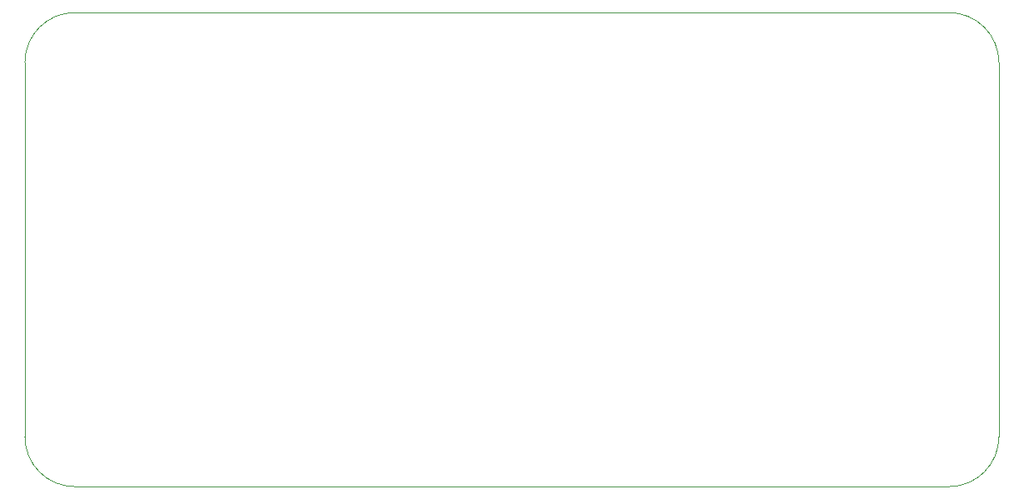
<source format=gbr>
G04 #@! TF.FileFunction,Profile,NP*
%FSLAX46Y46*%
G04 Gerber Fmt 4.6, Leading zero omitted, Abs format (unit mm)*
G04 Created by KiCad (PCBNEW 4.0.7-e2-6376~58~ubuntu16.04.1) date Sun Feb  4 09:06:46 2018*
%MOMM*%
%LPD*%
G01*
G04 APERTURE LIST*
%ADD10C,0.100000*%
G04 APERTURE END LIST*
D10*
X195745100Y-33883600D02*
X195745100Y-71983600D01*
X101765100Y-77063600D02*
X190665100Y-77063600D01*
X96685100Y-33883600D02*
X96685100Y-71983600D01*
X101765100Y-28803600D02*
X190665100Y-28803600D01*
X96685100Y-33883600D02*
G75*
G02X101765100Y-28803600I5080000J0D01*
G01*
X101765100Y-77063600D02*
G75*
G02X96685100Y-71983600I0J5080000D01*
G01*
X195745100Y-71983600D02*
G75*
G02X190665100Y-77063600I-5080000J0D01*
G01*
X190665100Y-28803600D02*
G75*
G02X195745100Y-33883600I0J-5080000D01*
G01*
M02*

</source>
